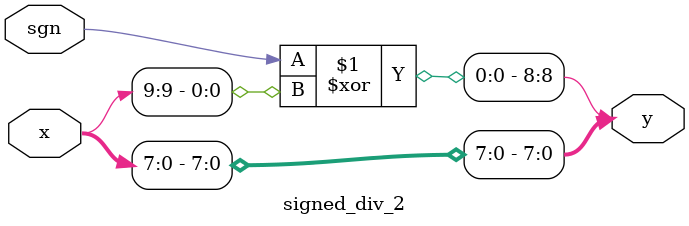
<source format=v>
/* signed_div_2.v
 * Compute division by 2 using a right-shift, taking care of the sign bit.
 * This enables us to multiply by a fractional 2-bit number without an
 * actual multiplication circuit.
 */
module signed_div_2
 #( parameter WIDTH = 10
  )
  ( x
  , sgn
  , y
  );

  input  wire signed [WIDTH-1 : 0] x;
  input  wire sgn;
  output wire signed [WIDTH-2 : 0] y;

  assign y = {sgn ^ x[WIDTH-1], x[WIDTH-3 : 0]};

endmodule

</source>
